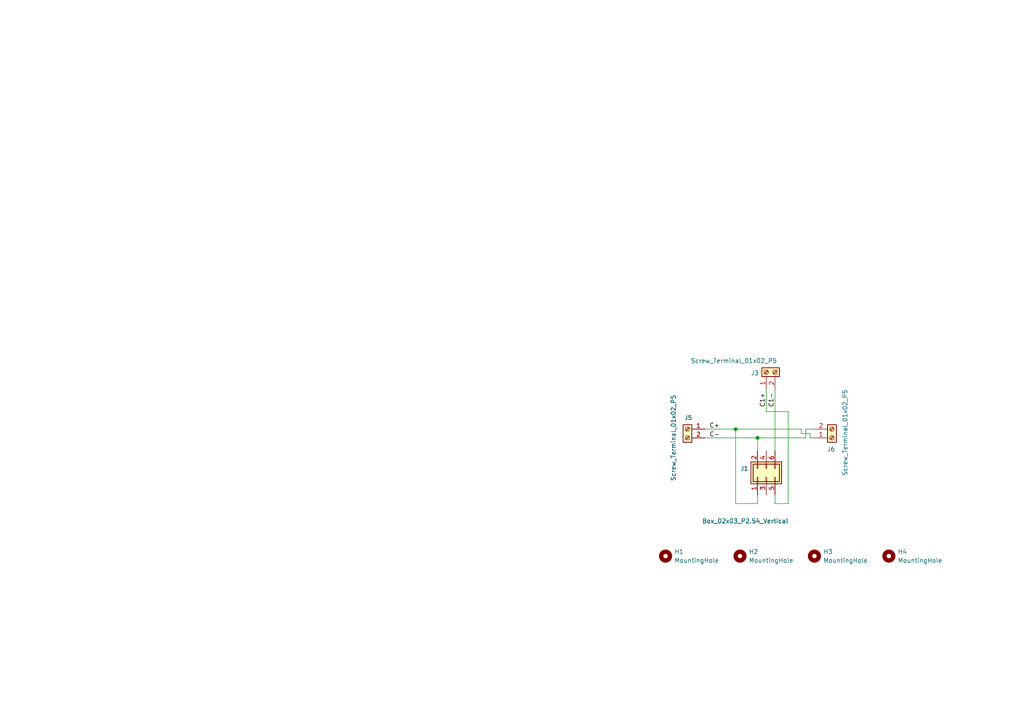
<source format=kicad_sch>
(kicad_sch (version 20231120) (generator "eeschema") (generator_version "8.0")
  (paper "A4")
  (title_block (date "2025-01-16"))
  (lib_symbols
    (symbol "_kh_library:Box_02x03_P2.54_Vertical" (pin_names (offset 1.016) hide)
      (property "Reference" "J" (at 1.27 5.588 0))
      (property "Value" "Box_02x03_P2.54_Vertical" (at 1.27 -6.35 0))
      (symbol "Box_02x03_P2.54_Vertical_1_1"
        (rectangle (start -1.905 4.445) (end 4.445 -4.445) (stroke (width 0.254)) (fill (type background)))
        (rectangle (start -1.27 -2.413) (end 0 -2.667) (stroke (width 0.1524)))
        (rectangle (start -1.27 0.127) (end 0 -0.127) (stroke (width 0.1524)))
        (rectangle (start -1.27 2.667) (end 0 2.413) (stroke (width 0.1524)))
        (rectangle (start -1.27 3.81) (end 3.81 -3.81) (stroke (width 0.254)) (fill (type background)))
        (rectangle (start 3.81 -2.413) (end 2.54 -2.667) (stroke (width 0.1524)))
        (rectangle (start 3.81 0.127) (end 2.54 -0.127) (stroke (width 0.1524)))
        (rectangle (start 3.81 2.667) (end 2.54 2.413) (stroke (width 0.1524)))
        (pin passive line (at -5.08 2.54 0) (length 3.81) (name "Pin_1") (number "1"))
        (pin passive line (at 7.62 2.54 180) (length 3.81) (name "Pin_2") (number "2"))
        (pin passive line (at -5.08 0 0) (length 3.81) (name "Pin_3") (number "3"))
        (pin passive line (at 7.62 0 180) (length 3.81) (name "Pin_4") (number "4"))
        (pin passive line (at -5.08 -2.54 0) (length 3.81) (name "Pin_5") (number "5"))
        (pin passive line (at 7.62 -2.54 180) (length 3.81) (name "Pin_6") (number "6"))
      )
    )
    (symbol "_kh_library:MountingHole" (pin_names (offset 1.016)) (exclude_from_sim yes) (in_bom no)
      (property "Reference" "H" (at 0 5.08 0))
      (property "Value" "MountingHole" (at 0 3.175 0))
      (symbol "MountingHole_0_1"
        (circle (center 0 0) (radius 1.27) (stroke (width 1.27)))
      )
    )
    (symbol "_kh_library:Screw_Terminal_01x02_P5" (pin_names (offset 1.016) hide)
      (property "Reference" "J" (at 2.286 0 0))
      (property "Value" "Screw_Terminal_01x02_P5" (at 6.35 -1.016 90))
      (symbol "Screw_Terminal_01x02_P5_1_1"
        (rectangle (start -1.27 1.27) (end 1.27 -3.81) (stroke (width 0.254)) (fill (type background)))
        (circle (center 0 -2.54) (radius 0.635) (stroke (width 0.1524)))
        (polyline (pts (xy -0.5334 -2.2098) (xy 0.3302 -3.048)) (stroke (width 0.1524)))
        (polyline (pts (xy -0.5334 0.3302) (xy 0.3302 -0.508)) (stroke (width 0.1524)))
        (polyline (pts (xy -0.3556 -2.032) (xy 0.508 -2.8702)) (stroke (width 0.1524)))
        (polyline (pts (xy -0.3556 0.508) (xy 0.508 -0.3302)) (stroke (width 0.1524)))
        (circle (center 0 0) (radius 0.635) (stroke (width 0.1524)))
        (pin passive line (at -5.08 0 0) (length 3.81) (name "Pin_1") (number "1"))
        (pin passive line (at -5.08 -2.54 0) (length 3.81) (name "Pin_2") (number "2"))
      )
    )
  )
  (junction (at 219.71 127))
  (junction (at 213.36 124.46))
  (wire (pts (xy 236.22 127) (xy 234.95 127)))
  (wire (pts (xy 234.95 125.73) (xy 232.41 125.73)))
  (wire (pts (xy 234.95 127) (xy 234.95 125.73)))
  (wire (pts (xy 232.41 125.73) (xy 232.41 124.46)))
  (wire (pts (xy 213.36 124.46) (xy 204.47 124.46)))
  (wire (pts (xy 219.71 146.05) (xy 213.36 146.05)))
  (wire (pts (xy 219.71 127) (xy 219.71 130.81)))
  (wire (pts (xy 224.79 113.03) (xy 224.79 130.81)))
  (wire (pts (xy 222.25 113.03) (xy 222.25 119.38)))
  (wire (pts (xy 224.79 143.51) (xy 224.79 146.05)))
  (wire (pts (xy 228.6 119.38) (xy 228.6 146.05)))
  (wire (pts (xy 233.68 124.46) (xy 236.22 124.46)))
  (wire (pts (xy 233.68 127) (xy 233.68 124.46)))
  (wire (pts (xy 204.47 127) (xy 219.71 127)))
  (wire (pts (xy 219.71 143.51) (xy 219.71 146.05)))
  (wire (pts (xy 219.71 127) (xy 233.68 127)))
  (wire (pts (xy 213.36 124.46) (xy 232.41 124.46)))
  (wire (pts (xy 228.6 146.05) (xy 224.79 146.05)))
  (wire (pts (xy 213.36 146.05) (xy 213.36 124.46)))
  (wire (pts (xy 222.25 119.38) (xy 228.6 119.38)))
  (label "C-" (at 205.74 127 0))
  (label "C+" (at 205.74 124.46 0))
  (label "C1+" (at 222.25 118.11 90))
  (label "C1-" (at 224.79 118.11 90))
  (symbol (lib_id "_kh_library:MountingHole") (at 193.04 161.29 0) (unit 1) (exclude_from_sim yes) (in_bom no)
    (property "Reference" "H1" (at 195.58 160.0199 0) (effects (justify left)))
    (property "Value" "MountingHole" (at 195.58 162.5599 0) (effects (justify left)))
    (property "Footprint" "_kh_library:MountingHole_2.2mm_M2_Pad_TopBottom_kh" (effects (hide yes)))
    (property "Description" "Mounting Hole without connection" (effects (hide yes)))
  )
  (symbol (lib_id "_kh_library:Screw_Terminal_01x02_P5") (at 222.25 107.95 90) (unit 1)
    (property "Reference" "J3" (at 218.948 108.204 90))
    (property "Value" "Screw_Terminal_01x02_P5" (at 212.852 104.648 90))
    (property "Footprint" "_kh_library:Screw_Terminal_01x02_P5" (effects (hide yes)))
    (property "Description" "Generic screw terminal, single row, 01x02" (effects (hide yes)))
  )
  (symbol (lib_id "_kh_library:MountingHole") (at 257.81 161.29 0) (unit 1) (exclude_from_sim yes) (in_bom no)
    (property "Reference" "H4" (at 260.35 160.0199 0) (effects (justify left)))
    (property "Value" "MountingHole" (at 260.35 162.5599 0) (effects (justify left)))
    (property "Footprint" "_kh_library:MountingHole_2.2mm_M2_Pad_TopBottom_kh" (effects (hide yes)))
    (property "Description" "Mounting Hole without connection" (effects (hide yes)))
  )
  (symbol (lib_id "_kh_library:Screw_Terminal_01x02_P5") (at 199.39 124.46 0) (mirror y) (unit 1)
    (property "Reference" "J5" (at 199.644 121.158 0))
    (property "Value" "Screw_Terminal_01x02_P5" (at 195.326 127 90))
    (property "Footprint" "_kh_library:Screw_Terminal_01x02_P5" (effects (hide yes)))
    (property "Description" "Generic screw terminal, single row, 01x02" (effects (hide yes)))
  )
  (symbol (lib_id "_kh_library:Box_02x03_P2.54_Vertical") (at 222.25 138.43 90) (unit 1)
    (property "Reference" "J1" (at 215.9 135.89 90))
    (property "Value" "Box_02x03_P2.54_Vertical" (at 216.154 151.13 90))
    (property "Footprint" "_kh_library:Box_02x03_P2.54mm_Vertical_kh" (effects (hide yes)))
    (property "Description" "Box Header connector, double row, 02x03, odd/even pin numbering scheme" (effects (hide yes)))
  )
  (symbol (lib_id "_kh_library:Screw_Terminal_01x02_P5") (at 241.3 127 0) (mirror x) (unit 1)
    (property "Reference" "J6" (at 241.046 130.302 0))
    (property "Value" "Screw_Terminal_01x02_P5" (at 245.11 125.476 90))
    (property "Footprint" "_kh_library:Screw_Terminal_01x02_P5" (effects (hide yes)))
    (property "Description" "Generic screw terminal, single row, 01x02" (effects (hide yes)))
  )
  (symbol (lib_id "_kh_library:MountingHole") (at 214.63 161.29 0) (unit 1) (exclude_from_sim yes) (in_bom no)
    (property "Reference" "H2" (at 217.17 160.0199 0) (effects (justify left)))
    (property "Value" "MountingHole" (at 217.17 162.5599 0) (effects (justify left)))
    (property "Footprint" "_kh_library:MountingHole_2.2mm_M2_Pad_TopBottom_kh" (effects (hide yes)))
    (property "Description" "Mounting Hole without connection" (effects (hide yes)))
  )
  (symbol (lib_id "_kh_library:MountingHole") (at 236.22 161.29 0) (unit 1) (exclude_from_sim yes) (in_bom no)
    (property "Reference" "H3" (at 238.76 160.0199 0) (effects (justify left)))
    (property "Value" "MountingHole" (at 238.76 162.5599 0) (effects (justify left)))
    (property "Footprint" "_kh_library:MountingHole_2.2mm_M2_Pad_TopBottom_kh" (effects (hide yes)))
    (property "Description" "Mounting Hole without connection" (effects (hide yes)))
  )
)
</source>
